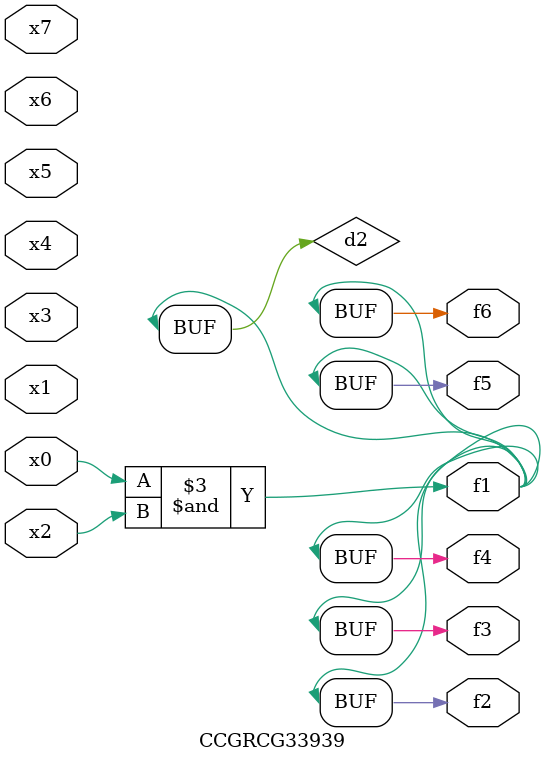
<source format=v>
module CCGRCG33939(
	input x0, x1, x2, x3, x4, x5, x6, x7,
	output f1, f2, f3, f4, f5, f6
);

	wire d1, d2;

	nor (d1, x3, x6);
	and (d2, x0, x2);
	assign f1 = d2;
	assign f2 = d2;
	assign f3 = d2;
	assign f4 = d2;
	assign f5 = d2;
	assign f6 = d2;
endmodule

</source>
